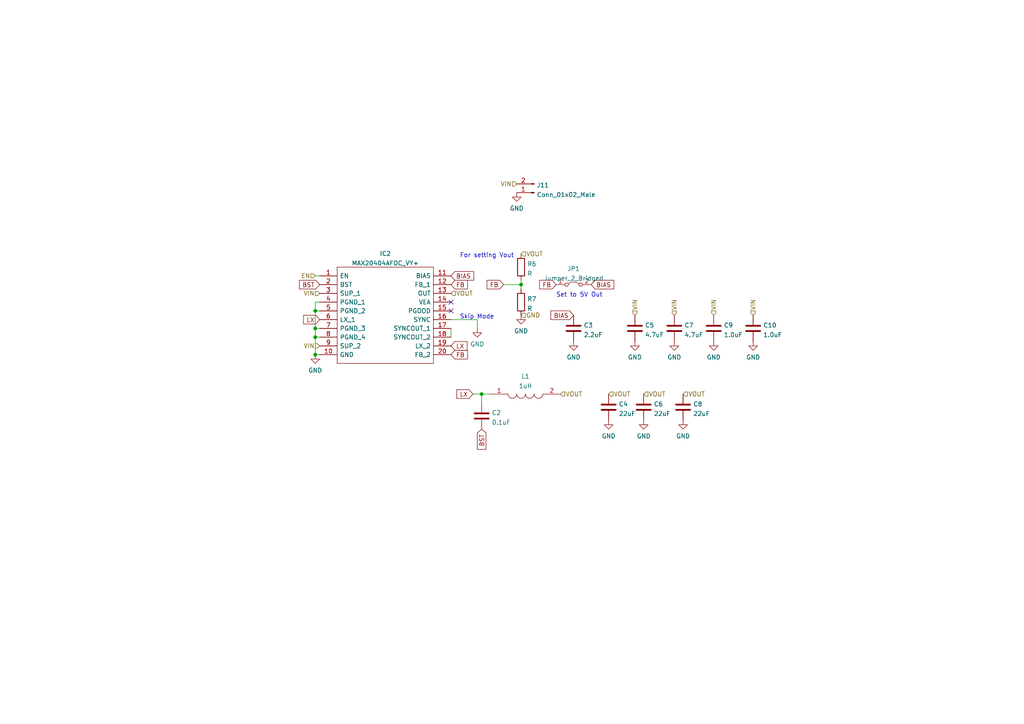
<source format=kicad_sch>
(kicad_sch (version 20211123) (generator eeschema)

  (uuid 4d3a1f72-d521-46ae-8fe1-3f8221038335)

  (paper "A4")

  (lib_symbols
    (symbol "Connector:Conn_01x02_Male" (pin_names (offset 1.016) hide) (in_bom yes) (on_board yes)
      (property "Reference" "J" (id 0) (at 0 2.54 0)
        (effects (font (size 1.27 1.27)))
      )
      (property "Value" "Conn_01x02_Male" (id 1) (at 0 -5.08 0)
        (effects (font (size 1.27 1.27)))
      )
      (property "Footprint" "" (id 2) (at 0 0 0)
        (effects (font (size 1.27 1.27)) hide)
      )
      (property "Datasheet" "~" (id 3) (at 0 0 0)
        (effects (font (size 1.27 1.27)) hide)
      )
      (property "ki_keywords" "connector" (id 4) (at 0 0 0)
        (effects (font (size 1.27 1.27)) hide)
      )
      (property "ki_description" "Generic connector, single row, 01x02, script generated (kicad-library-utils/schlib/autogen/connector/)" (id 5) (at 0 0 0)
        (effects (font (size 1.27 1.27)) hide)
      )
      (property "ki_fp_filters" "Connector*:*_1x??_*" (id 6) (at 0 0 0)
        (effects (font (size 1.27 1.27)) hide)
      )
      (symbol "Conn_01x02_Male_1_1"
        (polyline
          (pts
            (xy 1.27 -2.54)
            (xy 0.8636 -2.54)
          )
          (stroke (width 0.1524) (type default) (color 0 0 0 0))
          (fill (type none))
        )
        (polyline
          (pts
            (xy 1.27 0)
            (xy 0.8636 0)
          )
          (stroke (width 0.1524) (type default) (color 0 0 0 0))
          (fill (type none))
        )
        (rectangle (start 0.8636 -2.413) (end 0 -2.667)
          (stroke (width 0.1524) (type default) (color 0 0 0 0))
          (fill (type outline))
        )
        (rectangle (start 0.8636 0.127) (end 0 -0.127)
          (stroke (width 0.1524) (type default) (color 0 0 0 0))
          (fill (type outline))
        )
        (pin passive line (at 5.08 0 180) (length 3.81)
          (name "Pin_1" (effects (font (size 1.27 1.27))))
          (number "1" (effects (font (size 1.27 1.27))))
        )
        (pin passive line (at 5.08 -2.54 180) (length 3.81)
          (name "Pin_2" (effects (font (size 1.27 1.27))))
          (number "2" (effects (font (size 1.27 1.27))))
        )
      )
    )
    (symbol "Device:C" (pin_numbers hide) (pin_names (offset 0.254)) (in_bom yes) (on_board yes)
      (property "Reference" "C" (id 0) (at 0.635 2.54 0)
        (effects (font (size 1.27 1.27)) (justify left))
      )
      (property "Value" "C" (id 1) (at 0.635 -2.54 0)
        (effects (font (size 1.27 1.27)) (justify left))
      )
      (property "Footprint" "" (id 2) (at 0.9652 -3.81 0)
        (effects (font (size 1.27 1.27)) hide)
      )
      (property "Datasheet" "~" (id 3) (at 0 0 0)
        (effects (font (size 1.27 1.27)) hide)
      )
      (property "ki_keywords" "cap capacitor" (id 4) (at 0 0 0)
        (effects (font (size 1.27 1.27)) hide)
      )
      (property "ki_description" "Unpolarized capacitor" (id 5) (at 0 0 0)
        (effects (font (size 1.27 1.27)) hide)
      )
      (property "ki_fp_filters" "C_*" (id 6) (at 0 0 0)
        (effects (font (size 1.27 1.27)) hide)
      )
      (symbol "C_0_1"
        (polyline
          (pts
            (xy -2.032 -0.762)
            (xy 2.032 -0.762)
          )
          (stroke (width 0.508) (type default) (color 0 0 0 0))
          (fill (type none))
        )
        (polyline
          (pts
            (xy -2.032 0.762)
            (xy 2.032 0.762)
          )
          (stroke (width 0.508) (type default) (color 0 0 0 0))
          (fill (type none))
        )
      )
      (symbol "C_1_1"
        (pin passive line (at 0 3.81 270) (length 2.794)
          (name "~" (effects (font (size 1.27 1.27))))
          (number "1" (effects (font (size 1.27 1.27))))
        )
        (pin passive line (at 0 -3.81 90) (length 2.794)
          (name "~" (effects (font (size 1.27 1.27))))
          (number "2" (effects (font (size 1.27 1.27))))
        )
      )
    )
    (symbol "Device:R" (pin_numbers hide) (pin_names (offset 0)) (in_bom yes) (on_board yes)
      (property "Reference" "R" (id 0) (at 2.032 0 90)
        (effects (font (size 1.27 1.27)))
      )
      (property "Value" "R" (id 1) (at 0 0 90)
        (effects (font (size 1.27 1.27)))
      )
      (property "Footprint" "" (id 2) (at -1.778 0 90)
        (effects (font (size 1.27 1.27)) hide)
      )
      (property "Datasheet" "~" (id 3) (at 0 0 0)
        (effects (font (size 1.27 1.27)) hide)
      )
      (property "ki_keywords" "R res resistor" (id 4) (at 0 0 0)
        (effects (font (size 1.27 1.27)) hide)
      )
      (property "ki_description" "Resistor" (id 5) (at 0 0 0)
        (effects (font (size 1.27 1.27)) hide)
      )
      (property "ki_fp_filters" "R_*" (id 6) (at 0 0 0)
        (effects (font (size 1.27 1.27)) hide)
      )
      (symbol "R_0_1"
        (rectangle (start -1.016 -2.54) (end 1.016 2.54)
          (stroke (width 0.254) (type default) (color 0 0 0 0))
          (fill (type none))
        )
      )
      (symbol "R_1_1"
        (pin passive line (at 0 3.81 270) (length 1.27)
          (name "~" (effects (font (size 1.27 1.27))))
          (number "1" (effects (font (size 1.27 1.27))))
        )
        (pin passive line (at 0 -3.81 90) (length 1.27)
          (name "~" (effects (font (size 1.27 1.27))))
          (number "2" (effects (font (size 1.27 1.27))))
        )
      )
    )
    (symbol "Jumper:Jumper_2_Bridged" (pin_names (offset 0) hide) (in_bom yes) (on_board yes)
      (property "Reference" "JP" (id 0) (at 0 1.905 0)
        (effects (font (size 1.27 1.27)))
      )
      (property "Value" "Jumper_2_Bridged" (id 1) (at 0 -2.54 0)
        (effects (font (size 1.27 1.27)))
      )
      (property "Footprint" "" (id 2) (at 0 0 0)
        (effects (font (size 1.27 1.27)) hide)
      )
      (property "Datasheet" "~" (id 3) (at 0 0 0)
        (effects (font (size 1.27 1.27)) hide)
      )
      (property "ki_keywords" "Jumper SPST" (id 4) (at 0 0 0)
        (effects (font (size 1.27 1.27)) hide)
      )
      (property "ki_description" "Jumper, 2-pole, closed/bridged" (id 5) (at 0 0 0)
        (effects (font (size 1.27 1.27)) hide)
      )
      (property "ki_fp_filters" "Jumper* TestPoint*2Pads* TestPoint*Bridge*" (id 6) (at 0 0 0)
        (effects (font (size 1.27 1.27)) hide)
      )
      (symbol "Jumper_2_Bridged_0_0"
        (circle (center -2.032 0) (radius 0.508)
          (stroke (width 0) (type default) (color 0 0 0 0))
          (fill (type none))
        )
        (circle (center 2.032 0) (radius 0.508)
          (stroke (width 0) (type default) (color 0 0 0 0))
          (fill (type none))
        )
      )
      (symbol "Jumper_2_Bridged_0_1"
        (arc (start 1.524 0.254) (mid 0 0.762) (end -1.524 0.254)
          (stroke (width 0) (type default) (color 0 0 0 0))
          (fill (type none))
        )
      )
      (symbol "Jumper_2_Bridged_1_1"
        (pin passive line (at -5.08 0 0) (length 2.54)
          (name "A" (effects (font (size 1.27 1.27))))
          (number "1" (effects (font (size 1.27 1.27))))
        )
        (pin passive line (at 5.08 0 180) (length 2.54)
          (name "B" (effects (font (size 1.27 1.27))))
          (number "2" (effects (font (size 1.27 1.27))))
        )
      )
    )
    (symbol "MAX20404AFOC_VY+:MAX20404AFOC_VY+" (pin_names (offset 0.762)) (in_bom yes) (on_board yes)
      (property "Reference" "IC" (id 0) (at 34.29 7.62 0)
        (effects (font (size 1.27 1.27)) (justify left))
      )
      (property "Value" "MAX20404AFOC_VY+" (id 1) (at 34.29 5.08 0)
        (effects (font (size 1.27 1.27)) (justify left))
      )
      (property "Footprint" "MAX20404AFOCVY" (id 2) (at 34.29 2.54 0)
        (effects (font (size 1.27 1.27)) (justify left) hide)
      )
      (property "Datasheet" "https://datasheets.maximintegrated.com/en/ds/MAX20404-MAX20406.pdf" (id 3) (at 34.29 0 0)
        (effects (font (size 1.27 1.27)) (justify left) hide)
      )
      (property "Description" "36V 4A/5A/6A Sync Low Iq Buck Converter in P90D" (id 4) (at 34.29 -2.54 0)
        (effects (font (size 1.27 1.27)) (justify left) hide)
      )
      (property "Height" "0.8" (id 5) (at 34.29 -5.08 0)
        (effects (font (size 1.27 1.27)) (justify left) hide)
      )
      (property "Manufacturer_Name" "Maxim Integrated" (id 6) (at 34.29 -7.62 0)
        (effects (font (size 1.27 1.27)) (justify left) hide)
      )
      (property "Manufacturer_Part_Number" "MAX20404AFOC/VY+" (id 7) (at 34.29 -10.16 0)
        (effects (font (size 1.27 1.27)) (justify left) hide)
      )
      (property "Mouser Part Number" "" (id 8) (at 34.29 -12.7 0)
        (effects (font (size 1.27 1.27)) (justify left) hide)
      )
      (property "Mouser Price/Stock" "" (id 9) (at 34.29 -15.24 0)
        (effects (font (size 1.27 1.27)) (justify left) hide)
      )
      (property "Arrow Part Number" "" (id 10) (at 34.29 -17.78 0)
        (effects (font (size 1.27 1.27)) (justify left) hide)
      )
      (property "Arrow Price/Stock" "" (id 11) (at 34.29 -20.32 0)
        (effects (font (size 1.27 1.27)) (justify left) hide)
      )
      (property "ki_description" "36V 4A/5A/6A Sync Low Iq Buck Converter in P90D" (id 12) (at 0 0 0)
        (effects (font (size 1.27 1.27)) hide)
      )
      (symbol "MAX20404AFOC_VY+_0_0"
        (pin passive line (at 0 0 0) (length 5.08)
          (name "EN" (effects (font (size 1.27 1.27))))
          (number "1" (effects (font (size 1.27 1.27))))
        )
        (pin passive line (at 0 -22.86 0) (length 5.08)
          (name "GND" (effects (font (size 1.27 1.27))))
          (number "10" (effects (font (size 1.27 1.27))))
        )
        (pin passive line (at 38.1 0 180) (length 5.08)
          (name "BIAS" (effects (font (size 1.27 1.27))))
          (number "11" (effects (font (size 1.27 1.27))))
        )
        (pin passive line (at 38.1 -2.54 180) (length 5.08)
          (name "FB_1" (effects (font (size 1.27 1.27))))
          (number "12" (effects (font (size 1.27 1.27))))
        )
        (pin passive line (at 38.1 -5.08 180) (length 5.08)
          (name "OUT" (effects (font (size 1.27 1.27))))
          (number "13" (effects (font (size 1.27 1.27))))
        )
        (pin passive line (at 38.1 -7.62 180) (length 5.08)
          (name "VEA" (effects (font (size 1.27 1.27))))
          (number "14" (effects (font (size 1.27 1.27))))
        )
        (pin passive line (at 38.1 -10.16 180) (length 5.08)
          (name "PGOOD" (effects (font (size 1.27 1.27))))
          (number "15" (effects (font (size 1.27 1.27))))
        )
        (pin passive line (at 38.1 -12.7 180) (length 5.08)
          (name "SYNC" (effects (font (size 1.27 1.27))))
          (number "16" (effects (font (size 1.27 1.27))))
        )
        (pin passive line (at 38.1 -15.24 180) (length 5.08)
          (name "SYNCOUT_1" (effects (font (size 1.27 1.27))))
          (number "17" (effects (font (size 1.27 1.27))))
        )
        (pin passive line (at 38.1 -17.78 180) (length 5.08)
          (name "SYNCOUT_2" (effects (font (size 1.27 1.27))))
          (number "18" (effects (font (size 1.27 1.27))))
        )
        (pin passive line (at 38.1 -20.32 180) (length 5.08)
          (name "LX_2" (effects (font (size 1.27 1.27))))
          (number "19" (effects (font (size 1.27 1.27))))
        )
        (pin passive line (at 0 -2.54 0) (length 5.08)
          (name "BST" (effects (font (size 1.27 1.27))))
          (number "2" (effects (font (size 1.27 1.27))))
        )
        (pin passive line (at 38.1 -22.86 180) (length 5.08)
          (name "FB_2" (effects (font (size 1.27 1.27))))
          (number "20" (effects (font (size 1.27 1.27))))
        )
        (pin passive line (at 0 -5.08 0) (length 5.08)
          (name "SUP_1" (effects (font (size 1.27 1.27))))
          (number "3" (effects (font (size 1.27 1.27))))
        )
        (pin passive line (at 0 -7.62 0) (length 5.08)
          (name "PGND_1" (effects (font (size 1.27 1.27))))
          (number "4" (effects (font (size 1.27 1.27))))
        )
        (pin passive line (at 0 -10.16 0) (length 5.08)
          (name "PGND_2" (effects (font (size 1.27 1.27))))
          (number "5" (effects (font (size 1.27 1.27))))
        )
        (pin passive line (at 0 -12.7 0) (length 5.08)
          (name "LX_1" (effects (font (size 1.27 1.27))))
          (number "6" (effects (font (size 1.27 1.27))))
        )
        (pin passive line (at 0 -15.24 0) (length 5.08)
          (name "PGND_3" (effects (font (size 1.27 1.27))))
          (number "7" (effects (font (size 1.27 1.27))))
        )
        (pin passive line (at 0 -17.78 0) (length 5.08)
          (name "PGND_4" (effects (font (size 1.27 1.27))))
          (number "8" (effects (font (size 1.27 1.27))))
        )
        (pin passive line (at 0 -20.32 0) (length 5.08)
          (name "SUP_2" (effects (font (size 1.27 1.27))))
          (number "9" (effects (font (size 1.27 1.27))))
        )
      )
      (symbol "MAX20404AFOC_VY+_0_1"
        (polyline
          (pts
            (xy 5.08 2.54)
            (xy 33.02 2.54)
            (xy 33.02 -25.4)
            (xy 5.08 -25.4)
            (xy 5.08 2.54)
          )
          (stroke (width 0.1524) (type default) (color 0 0 0 0))
          (fill (type none))
        )
      )
    )
    (symbol "MWSA0605S-150MT:MWSA0605S-150MT" (pin_names (offset 0.762)) (in_bom yes) (on_board yes)
      (property "Reference" "L" (id 0) (at 16.51 6.35 0)
        (effects (font (size 1.27 1.27)) (justify left))
      )
      (property "Value" "MWSA0605S-150MT" (id 1) (at 16.51 3.81 0)
        (effects (font (size 1.27 1.27)) (justify left))
      )
      (property "Footprint" "INDPM7066X500N" (id 2) (at 16.51 1.27 0)
        (effects (font (size 1.27 1.27)) (justify left) hide)
      )
      (property "Datasheet" "https://datasheet.lcsc.com/szlcsc/1909231506_Sunlord-MWSA0605S-150MT_C408468.pdf" (id 3) (at 16.51 -1.27 0)
        (effects (font (size 1.27 1.27)) (justify left) hide)
      )
      (property "Description" "15uH +/-20% 3.1A 90m SMD,6.6x7.0x5.0mm Power Inductors RoHS" (id 4) (at 16.51 -3.81 0)
        (effects (font (size 1.27 1.27)) (justify left) hide)
      )
      (property "Height" "5" (id 5) (at 16.51 -6.35 0)
        (effects (font (size 1.27 1.27)) (justify left) hide)
      )
      (property "Manufacturer_Name" "SUNLORD" (id 6) (at 16.51 -8.89 0)
        (effects (font (size 1.27 1.27)) (justify left) hide)
      )
      (property "Manufacturer_Part_Number" "MWSA0605S-150MT" (id 7) (at 16.51 -11.43 0)
        (effects (font (size 1.27 1.27)) (justify left) hide)
      )
      (property "Mouser Part Number" "" (id 8) (at 16.51 -13.97 0)
        (effects (font (size 1.27 1.27)) (justify left) hide)
      )
      (property "Mouser Price/Stock" "" (id 9) (at 16.51 -16.51 0)
        (effects (font (size 1.27 1.27)) (justify left) hide)
      )
      (property "Arrow Part Number" "" (id 10) (at 16.51 -19.05 0)
        (effects (font (size 1.27 1.27)) (justify left) hide)
      )
      (property "Arrow Price/Stock" "" (id 11) (at 16.51 -21.59 0)
        (effects (font (size 1.27 1.27)) (justify left) hide)
      )
      (property "ki_description" "15uH +/-20% 3.1A 90m SMD,6.6x7.0x5.0mm Power Inductors RoHS" (id 12) (at 0 0 0)
        (effects (font (size 1.27 1.27)) hide)
      )
      (symbol "MWSA0605S-150MT_0_0"
        (pin passive line (at 0 0 0) (length 5.08)
          (name "~" (effects (font (size 1.27 1.27))))
          (number "1" (effects (font (size 1.27 1.27))))
        )
        (pin passive line (at 20.32 0 180) (length 5.08)
          (name "~" (effects (font (size 1.27 1.27))))
          (number "2" (effects (font (size 1.27 1.27))))
        )
      )
      (symbol "MWSA0605S-150MT_0_1"
        (arc (start 5.08 0) (mid 6.35 -1.3218) (end 7.62 0)
          (stroke (width 0.1524) (type default) (color 0 0 0 0))
          (fill (type none))
        )
        (arc (start 7.62 0) (mid 8.89 -1.3218) (end 10.16 0)
          (stroke (width 0.1524) (type default) (color 0 0 0 0))
          (fill (type none))
        )
        (arc (start 10.16 0) (mid 11.43 -1.3218) (end 12.7 0)
          (stroke (width 0.1524) (type default) (color 0 0 0 0))
          (fill (type none))
        )
        (arc (start 12.7 0) (mid 13.97 -1.3218) (end 15.24 0)
          (stroke (width 0.1524) (type default) (color 0 0 0 0))
          (fill (type none))
        )
      )
    )
    (symbol "power:GND" (power) (pin_names (offset 0)) (in_bom yes) (on_board yes)
      (property "Reference" "#PWR" (id 0) (at 0 -6.35 0)
        (effects (font (size 1.27 1.27)) hide)
      )
      (property "Value" "GND" (id 1) (at 0 -3.81 0)
        (effects (font (size 1.27 1.27)))
      )
      (property "Footprint" "" (id 2) (at 0 0 0)
        (effects (font (size 1.27 1.27)) hide)
      )
      (property "Datasheet" "" (id 3) (at 0 0 0)
        (effects (font (size 1.27 1.27)) hide)
      )
      (property "ki_keywords" "power-flag" (id 4) (at 0 0 0)
        (effects (font (size 1.27 1.27)) hide)
      )
      (property "ki_description" "Power symbol creates a global label with name \"GND\" , ground" (id 5) (at 0 0 0)
        (effects (font (size 1.27 1.27)) hide)
      )
      (symbol "GND_0_1"
        (polyline
          (pts
            (xy 0 0)
            (xy 0 -1.27)
            (xy 1.27 -1.27)
            (xy 0 -2.54)
            (xy -1.27 -1.27)
            (xy 0 -1.27)
          )
          (stroke (width 0) (type default) (color 0 0 0 0))
          (fill (type none))
        )
      )
      (symbol "GND_1_1"
        (pin power_in line (at 0 0 270) (length 0) hide
          (name "GND" (effects (font (size 1.27 1.27))))
          (number "1" (effects (font (size 1.27 1.27))))
        )
      )
    )
  )


  (junction (at 91.44 102.87) (diameter 0) (color 0 0 0 0)
    (uuid 262e1319-ecfe-4239-9c4c-02d8237718ae)
  )
  (junction (at 139.7 114.3) (diameter 0) (color 0 0 0 0)
    (uuid 85a2223e-7be8-40fb-8d44-4a6d8bf4443c)
  )
  (junction (at 151.13 82.55) (diameter 0) (color 0 0 0 0)
    (uuid b47e393a-f28a-4e7e-b034-5ec9df85b12f)
  )
  (junction (at 91.44 90.17) (diameter 0) (color 0 0 0 0)
    (uuid e2e4de0c-4fb7-4035-b014-b2a2bf7e262d)
  )
  (junction (at 91.44 97.79) (diameter 0) (color 0 0 0 0)
    (uuid f4b41b54-1268-4992-a5b6-226306ea8387)
  )
  (junction (at 91.44 95.25) (diameter 0) (color 0 0 0 0)
    (uuid f8b2e90d-02f5-4127-8938-e4fe3895e61e)
  )

  (no_connect (at 130.81 87.63) (uuid f9107412-e7f1-413d-818a-2380ad6fc0e9))
  (no_connect (at 130.81 90.17) (uuid f9107412-e7f1-413d-818a-2380ad6fc0ea))

  (wire (pts (xy 139.7 116.84) (xy 139.7 114.3))
    (stroke (width 0) (type default) (color 0 0 0 0))
    (uuid 2370b23f-e213-4f7b-b1e6-269b374875a5)
  )
  (wire (pts (xy 91.44 95.25) (xy 91.44 97.79))
    (stroke (width 0) (type default) (color 0 0 0 0))
    (uuid 36232c40-4795-42d8-8dc9-8280c49d2090)
  )
  (wire (pts (xy 91.44 102.87) (xy 92.71 102.87))
    (stroke (width 0) (type default) (color 0 0 0 0))
    (uuid 4582201b-5622-4272-88fc-bd8fde785704)
  )
  (wire (pts (xy 139.7 114.3) (xy 142.24 114.3))
    (stroke (width 0) (type default) (color 0 0 0 0))
    (uuid 5e5ea9d5-9f34-40d0-ac9d-f9d078ddcf9d)
  )
  (wire (pts (xy 138.43 92.71) (xy 138.43 95.25))
    (stroke (width 0) (type default) (color 0 0 0 0))
    (uuid 5f8e9361-3725-4970-a19b-01e143196d52)
  )
  (wire (pts (xy 91.44 87.63) (xy 91.44 90.17))
    (stroke (width 0) (type default) (color 0 0 0 0))
    (uuid 7d1c6c1e-f653-4ed9-bfa1-97c364f8d1e0)
  )
  (wire (pts (xy 151.13 82.55) (xy 151.13 83.82))
    (stroke (width 0) (type default) (color 0 0 0 0))
    (uuid 897fcd7a-7053-41b6-96c4-8115e1d62650)
  )
  (wire (pts (xy 151.13 81.28) (xy 151.13 82.55))
    (stroke (width 0) (type default) (color 0 0 0 0))
    (uuid 8c69ba33-4283-4197-b900-e5e14359e7ac)
  )
  (wire (pts (xy 91.44 80.01) (xy 92.71 80.01))
    (stroke (width 0) (type default) (color 0 0 0 0))
    (uuid 9c263990-4b53-4238-9167-f40f18ba361d)
  )
  (wire (pts (xy 130.81 95.25) (xy 130.81 97.79))
    (stroke (width 0) (type default) (color 0 0 0 0))
    (uuid 9f9dfac6-0c0d-4ee0-924b-e95250d2b98f)
  )
  (wire (pts (xy 91.44 90.17) (xy 91.44 95.25))
    (stroke (width 0) (type default) (color 0 0 0 0))
    (uuid a50905d6-49e2-4281-ab05-fe5e486ca579)
  )
  (wire (pts (xy 91.44 90.17) (xy 92.71 90.17))
    (stroke (width 0) (type default) (color 0 0 0 0))
    (uuid a66280d7-d9be-4eca-958a-3588513430b8)
  )
  (wire (pts (xy 146.05 82.55) (xy 151.13 82.55))
    (stroke (width 0) (type default) (color 0 0 0 0))
    (uuid b4a25dad-3903-4b75-a5b1-55923c2c8e1c)
  )
  (wire (pts (xy 91.44 97.79) (xy 92.71 97.79))
    (stroke (width 0) (type default) (color 0 0 0 0))
    (uuid c4e34bbd-8f80-4f41-8d62-d0c1e0373669)
  )
  (wire (pts (xy 91.44 97.79) (xy 91.44 102.87))
    (stroke (width 0) (type default) (color 0 0 0 0))
    (uuid d89ecf68-ff71-493d-82d4-e228a61644bd)
  )
  (wire (pts (xy 91.44 95.25) (xy 92.71 95.25))
    (stroke (width 0) (type default) (color 0 0 0 0))
    (uuid db425ebd-f1d9-4a38-b9c5-4880046275ec)
  )
  (wire (pts (xy 92.71 87.63) (xy 91.44 87.63))
    (stroke (width 0) (type default) (color 0 0 0 0))
    (uuid dfc68da7-b587-47b1-ab9e-b5e71763fd62)
  )
  (wire (pts (xy 139.7 114.3) (xy 137.16 114.3))
    (stroke (width 0) (type default) (color 0 0 0 0))
    (uuid e2857b10-8982-47cb-b1d9-f06c04e72c0a)
  )
  (wire (pts (xy 130.81 92.71) (xy 138.43 92.71))
    (stroke (width 0) (type default) (color 0 0 0 0))
    (uuid ec2e8bea-c9ec-4589-922a-3e82f6b261e4)
  )

  (text "For setting Vout" (at 133.35 74.93 0)
    (effects (font (size 1.27 1.27)) (justify left bottom))
    (uuid 33fb50ca-de49-4f87-809c-2ca5d7e2e9b1)
  )
  (text "Skip Mode" (at 133.35 92.71 0)
    (effects (font (size 1.27 1.27)) (justify left bottom))
    (uuid 3a8eae2f-c8a5-4b93-8ab4-5c350e63f024)
  )
  (text "Set to 5V Out" (at 161.29 86.36 0)
    (effects (font (size 1.27 1.27)) (justify left bottom))
    (uuid a43e93be-05c7-4a7e-91f2-9ddb1c516c38)
  )

  (global_label "LX" (shape input) (at 92.71 92.71 180) (fields_autoplaced)
    (effects (font (size 1.27 1.27)) (justify right))
    (uuid 275d74f5-0483-486d-bc2a-2769a883d9d2)
    (property "Intersheet References" "${INTERSHEET_REFS}" (id 0) (at 88.1482 92.6306 0)
      (effects (font (size 1.27 1.27)) (justify right) hide)
    )
  )
  (global_label "LX" (shape input) (at 130.81 100.33 0) (fields_autoplaced)
    (effects (font (size 1.27 1.27)) (justify left))
    (uuid 42465d27-3d32-4953-a7fe-5de6d1f32572)
    (property "Intersheet References" "${INTERSHEET_REFS}" (id 0) (at 135.3718 100.4094 0)
      (effects (font (size 1.27 1.27)) (justify left) hide)
    )
  )
  (global_label "LX" (shape input) (at 137.16 114.3 180) (fields_autoplaced)
    (effects (font (size 1.27 1.27)) (justify right))
    (uuid 4f82e30e-5d20-45c7-8de2-1a2a28b3f780)
    (property "Intersheet References" "${INTERSHEET_REFS}" (id 0) (at 132.5982 114.2206 0)
      (effects (font (size 1.27 1.27)) (justify right) hide)
    )
  )
  (global_label "BIAS" (shape input) (at 166.37 91.44 180) (fields_autoplaced)
    (effects (font (size 1.27 1.27)) (justify right))
    (uuid 5d83c37e-eede-4aa3-9627-29ef1efcf71a)
    (property "Intersheet References" "${INTERSHEET_REFS}" (id 0) (at 159.8729 91.5194 0)
      (effects (font (size 1.27 1.27)) (justify right) hide)
    )
  )
  (global_label "BST" (shape input) (at 92.71 82.55 180) (fields_autoplaced)
    (effects (font (size 1.27 1.27)) (justify right))
    (uuid 6965e5f3-0df5-43b4-83f8-2e4f9f63763e)
    (property "Intersheet References" "${INTERSHEET_REFS}" (id 0) (at 86.9387 82.4706 0)
      (effects (font (size 1.27 1.27)) (justify right) hide)
    )
  )
  (global_label "FB" (shape input) (at 161.29 82.55 180) (fields_autoplaced)
    (effects (font (size 1.27 1.27)) (justify right))
    (uuid 6a2ab5f4-948f-4288-a67f-ff545e8e7828)
    (property "Intersheet References" "${INTERSHEET_REFS}" (id 0) (at 156.6072 82.6294 0)
      (effects (font (size 1.27 1.27)) (justify right) hide)
    )
  )
  (global_label "BIAS" (shape input) (at 171.45 82.55 0) (fields_autoplaced)
    (effects (font (size 1.27 1.27)) (justify left))
    (uuid 949efd1a-67df-453f-8398-bc051f5acb27)
    (property "Intersheet References" "${INTERSHEET_REFS}" (id 0) (at 177.9471 82.4706 0)
      (effects (font (size 1.27 1.27)) (justify left) hide)
    )
  )
  (global_label "FB" (shape input) (at 130.81 82.55 0) (fields_autoplaced)
    (effects (font (size 1.27 1.27)) (justify left))
    (uuid 97e583bf-0f13-40e9-a255-a878225d1c00)
    (property "Intersheet References" "${INTERSHEET_REFS}" (id 0) (at 135.4928 82.4706 0)
      (effects (font (size 1.27 1.27)) (justify left) hide)
    )
  )
  (global_label "BST" (shape input) (at 139.7 124.46 270) (fields_autoplaced)
    (effects (font (size 1.27 1.27)) (justify right))
    (uuid 9cd1e88a-dc13-4a84-ab16-b0822d22b382)
    (property "Intersheet References" "${INTERSHEET_REFS}" (id 0) (at 139.6206 130.2313 90)
      (effects (font (size 1.27 1.27)) (justify right) hide)
    )
  )
  (global_label "FB" (shape input) (at 146.05 82.55 180) (fields_autoplaced)
    (effects (font (size 1.27 1.27)) (justify right))
    (uuid bc3587e0-754c-4408-8de9-41440bfc87fd)
    (property "Intersheet References" "${INTERSHEET_REFS}" (id 0) (at 141.3672 82.6294 0)
      (effects (font (size 1.27 1.27)) (justify right) hide)
    )
  )
  (global_label "BIAS" (shape input) (at 130.81 80.01 0) (fields_autoplaced)
    (effects (font (size 1.27 1.27)) (justify left))
    (uuid e6acab75-3f4d-4cab-ade9-a66473d5d2ac)
    (property "Intersheet References" "${INTERSHEET_REFS}" (id 0) (at 137.3071 79.9306 0)
      (effects (font (size 1.27 1.27)) (justify left) hide)
    )
  )
  (global_label "FB" (shape input) (at 130.81 102.87 0) (fields_autoplaced)
    (effects (font (size 1.27 1.27)) (justify left))
    (uuid f26e8c22-2f6e-4bdd-b805-391ce49589d7)
    (property "Intersheet References" "${INTERSHEET_REFS}" (id 0) (at 135.4928 102.7906 0)
      (effects (font (size 1.27 1.27)) (justify left) hide)
    )
  )

  (hierarchical_label "VIN" (shape input) (at 207.01 91.44 90)
    (effects (font (size 1.27 1.27)) (justify left))
    (uuid 11fab362-35c4-4ef5-b4a2-e313f6c7ea6a)
  )
  (hierarchical_label "EN" (shape input) (at 91.44 80.01 180)
    (effects (font (size 1.27 1.27)) (justify right))
    (uuid 18ce7b17-310d-4e95-9720-035656328d06)
  )
  (hierarchical_label "VOUT" (shape input) (at 151.13 73.66 0)
    (effects (font (size 1.27 1.27)) (justify left))
    (uuid 1aa3cabe-5932-4a95-8502-f22c43dd52b1)
  )
  (hierarchical_label "VIN" (shape input) (at 149.86 53.34 180)
    (effects (font (size 1.27 1.27)) (justify right))
    (uuid 1dc307ff-e28b-49cf-9077-c81d2d6abdde)
  )
  (hierarchical_label "VIN" (shape input) (at 184.15 91.44 90)
    (effects (font (size 1.27 1.27)) (justify left))
    (uuid 1e2deb22-9f52-4909-87c2-bc8c9b9bd631)
  )
  (hierarchical_label "VIN" (shape input) (at 92.71 100.33 180)
    (effects (font (size 1.27 1.27)) (justify right))
    (uuid 42c6d4d8-5ca1-4a76-9ca5-5874a8f05573)
  )
  (hierarchical_label "VOUT" (shape input) (at 176.53 114.3 0)
    (effects (font (size 1.27 1.27)) (justify left))
    (uuid 434d8b1d-4768-4145-b65e-4803d093b942)
  )
  (hierarchical_label "VIN" (shape input) (at 195.58 91.44 90)
    (effects (font (size 1.27 1.27)) (justify left))
    (uuid 46877880-cded-4a38-985f-4c10b17ffd01)
  )
  (hierarchical_label "VOUT" (shape input) (at 186.69 114.3 0)
    (effects (font (size 1.27 1.27)) (justify left))
    (uuid 6c5ee141-b1bf-4470-91dd-a81d58c0ead9)
  )
  (hierarchical_label "GND" (shape input) (at 151.13 91.44 0)
    (effects (font (size 1.27 1.27)) (justify left))
    (uuid 8cf6fbe9-21ff-41f7-a9e5-5dba8ee4fe6b)
  )
  (hierarchical_label "VOUT" (shape input) (at 162.56 114.3 0)
    (effects (font (size 1.27 1.27)) (justify left))
    (uuid 983e6ff6-f075-48ae-94ed-1039a4f780b6)
  )
  (hierarchical_label "VIN" (shape input) (at 92.71 85.09 180)
    (effects (font (size 1.27 1.27)) (justify right))
    (uuid bd85ceb2-833b-4da5-aced-2e6102e01b11)
  )
  (hierarchical_label "VIN" (shape input) (at 218.44 91.44 90)
    (effects (font (size 1.27 1.27)) (justify left))
    (uuid cd031632-5abb-449f-8a69-108145407087)
  )
  (hierarchical_label "VOUT" (shape input) (at 198.12 114.3 0)
    (effects (font (size 1.27 1.27)) (justify left))
    (uuid e1b1ba48-f244-42ac-be07-65ba1b6c20f4)
  )
  (hierarchical_label "VOUT" (shape input) (at 130.81 85.09 0)
    (effects (font (size 1.27 1.27)) (justify left))
    (uuid e75d501a-8e92-47b4-ad19-877d6a1dfabb)
  )

  (symbol (lib_id "Device:C") (at 176.53 118.11 0) (unit 1)
    (in_bom yes) (on_board yes) (fields_autoplaced)
    (uuid 078af5d8-9443-483e-b4f5-0dfd3ed396c8)
    (property "Reference" "C4" (id 0) (at 179.451 117.2015 0)
      (effects (font (size 1.27 1.27)) (justify left))
    )
    (property "Value" "22uF" (id 1) (at 179.451 119.9766 0)
      (effects (font (size 1.27 1.27)) (justify left))
    )
    (property "Footprint" "Capacitor_SMD:CP_Elec_5x5.3" (id 2) (at 177.4952 121.92 0)
      (effects (font (size 1.27 1.27)) hide)
    )
    (property "Datasheet" "~" (id 3) (at 176.53 118.11 0)
      (effects (font (size 1.27 1.27)) hide)
    )
    (pin "1" (uuid d2f3abc5-3942-46ac-8ee0-9ee5e1219bd6))
    (pin "2" (uuid 9668283b-0c17-4883-b25d-e312045041df))
  )

  (symbol (lib_id "power:GND") (at 207.01 99.06 0) (unit 1)
    (in_bom yes) (on_board yes) (fields_autoplaced)
    (uuid 0dd592dd-37f2-40ad-86a8-5fc8ddad92e4)
    (property "Reference" "#PWR064" (id 0) (at 207.01 105.41 0)
      (effects (font (size 1.27 1.27)) hide)
    )
    (property "Value" "GND" (id 1) (at 207.01 103.6225 0))
    (property "Footprint" "" (id 2) (at 207.01 99.06 0)
      (effects (font (size 1.27 1.27)) hide)
    )
    (property "Datasheet" "" (id 3) (at 207.01 99.06 0)
      (effects (font (size 1.27 1.27)) hide)
    )
    (pin "1" (uuid b8ed2e96-309f-4953-a5ee-85fbceb69779))
  )

  (symbol (lib_id "Device:C") (at 218.44 95.25 0) (unit 1)
    (in_bom yes) (on_board yes) (fields_autoplaced)
    (uuid 18c733dd-1a99-422e-ae8e-2dc0dd33b21b)
    (property "Reference" "C10" (id 0) (at 221.361 94.3415 0)
      (effects (font (size 1.27 1.27)) (justify left))
    )
    (property "Value" "1.0uF" (id 1) (at 221.361 97.1166 0)
      (effects (font (size 1.27 1.27)) (justify left))
    )
    (property "Footprint" "Capacitor_SMD:C_0805_2012Metric" (id 2) (at 219.4052 99.06 0)
      (effects (font (size 1.27 1.27)) hide)
    )
    (property "Datasheet" "~" (id 3) (at 218.44 95.25 0)
      (effects (font (size 1.27 1.27)) hide)
    )
    (pin "1" (uuid a379a55b-cf10-46ee-82c8-7573856f83f6))
    (pin "2" (uuid 24925964-492a-42ba-a9e5-f57af8b89496))
  )

  (symbol (lib_id "power:GND") (at 198.12 121.92 0) (unit 1)
    (in_bom yes) (on_board yes) (fields_autoplaced)
    (uuid 2b1dab65-0479-4eff-b7e6-66b9423859f4)
    (property "Reference" "#PWR063" (id 0) (at 198.12 128.27 0)
      (effects (font (size 1.27 1.27)) hide)
    )
    (property "Value" "GND" (id 1) (at 198.12 126.4825 0))
    (property "Footprint" "" (id 2) (at 198.12 121.92 0)
      (effects (font (size 1.27 1.27)) hide)
    )
    (property "Datasheet" "" (id 3) (at 198.12 121.92 0)
      (effects (font (size 1.27 1.27)) hide)
    )
    (pin "1" (uuid 4ec14cf9-df95-49e5-a22f-ed3ccac4e93d))
  )

  (symbol (lib_id "Device:C") (at 198.12 118.11 0) (unit 1)
    (in_bom yes) (on_board yes) (fields_autoplaced)
    (uuid 2e094249-00e9-4200-a898-cb756db9d087)
    (property "Reference" "C8" (id 0) (at 201.041 117.2015 0)
      (effects (font (size 1.27 1.27)) (justify left))
    )
    (property "Value" "22uF" (id 1) (at 201.041 119.9766 0)
      (effects (font (size 1.27 1.27)) (justify left))
    )
    (property "Footprint" "Capacitor_SMD:CP_Elec_5x5.3" (id 2) (at 199.0852 121.92 0)
      (effects (font (size 1.27 1.27)) hide)
    )
    (property "Datasheet" "~" (id 3) (at 198.12 118.11 0)
      (effects (font (size 1.27 1.27)) hide)
    )
    (pin "1" (uuid 2c62d3ec-3718-4b67-8509-eb766dffd363))
    (pin "2" (uuid 5fb18749-31e7-4104-85f5-b18cf4114c10))
  )

  (symbol (lib_id "Device:C") (at 139.7 120.65 0) (unit 1)
    (in_bom yes) (on_board yes) (fields_autoplaced)
    (uuid 393878ca-ed57-4a3f-837e-7218533f130a)
    (property "Reference" "C2" (id 0) (at 142.621 119.7415 0)
      (effects (font (size 1.27 1.27)) (justify left))
    )
    (property "Value" "0.1uF" (id 1) (at 142.621 122.5166 0)
      (effects (font (size 1.27 1.27)) (justify left))
    )
    (property "Footprint" "Capacitor_SMD:C_0805_2012Metric" (id 2) (at 140.6652 124.46 0)
      (effects (font (size 1.27 1.27)) hide)
    )
    (property "Datasheet" "~" (id 3) (at 139.7 120.65 0)
      (effects (font (size 1.27 1.27)) hide)
    )
    (pin "1" (uuid 9710d288-ae12-478f-8392-bf7851b46c36))
    (pin "2" (uuid 3d4f6df5-b7ff-423d-b208-63ecbb1bf2d3))
  )

  (symbol (lib_id "power:GND") (at 176.53 121.92 0) (unit 1)
    (in_bom yes) (on_board yes) (fields_autoplaced)
    (uuid 3e23a295-7e7e-4982-8ee6-3555da39ad80)
    (property "Reference" "#PWR059" (id 0) (at 176.53 128.27 0)
      (effects (font (size 1.27 1.27)) hide)
    )
    (property "Value" "GND" (id 1) (at 176.53 126.4825 0))
    (property "Footprint" "" (id 2) (at 176.53 121.92 0)
      (effects (font (size 1.27 1.27)) hide)
    )
    (property "Datasheet" "" (id 3) (at 176.53 121.92 0)
      (effects (font (size 1.27 1.27)) hide)
    )
    (pin "1" (uuid 724e16cc-550a-416b-841c-030d4b6e283c))
  )

  (symbol (lib_id "MAX20404AFOC_VY+:MAX20404AFOC_VY+") (at 92.71 80.01 0) (unit 1)
    (in_bom yes) (on_board yes) (fields_autoplaced)
    (uuid 57f94801-c10e-4acb-9bbc-ce8ac8244218)
    (property "Reference" "IC2" (id 0) (at 111.76 73.5543 0))
    (property "Value" "MAX20404AFOC_VY+" (id 1) (at 111.76 76.3294 0))
    (property "Footprint" "MAX20404AFOC_VY+:MAX20404AFOCVY" (id 2) (at 127 77.47 0)
      (effects (font (size 1.27 1.27)) (justify left) hide)
    )
    (property "Datasheet" "https://datasheets.maximintegrated.com/en/ds/MAX20404-MAX20406.pdf" (id 3) (at 127 80.01 0)
      (effects (font (size 1.27 1.27)) (justify left) hide)
    )
    (property "Description" "36V 4A/5A/6A Sync Low Iq Buck Converter in P90D" (id 4) (at 127 82.55 0)
      (effects (font (size 1.27 1.27)) (justify left) hide)
    )
    (property "Height" "0.8" (id 5) (at 127 85.09 0)
      (effects (font (size 1.27 1.27)) (justify left) hide)
    )
    (property "Manufacturer_Name" "Maxim Integrated" (id 6) (at 127 87.63 0)
      (effects (font (size 1.27 1.27)) (justify left) hide)
    )
    (property "Manufacturer_Part_Number" "MAX20404AFOC/VY+" (id 7) (at 127 90.17 0)
      (effects (font (size 1.27 1.27)) (justify left) hide)
    )
    (property "Mouser Part Number" "" (id 8) (at 127 92.71 0)
      (effects (font (size 1.27 1.27)) (justify left) hide)
    )
    (property "Mouser Price/Stock" "" (id 9) (at 127 95.25 0)
      (effects (font (size 1.27 1.27)) (justify left) hide)
    )
    (property "Arrow Part Number" "" (id 10) (at 127 97.79 0)
      (effects (font (size 1.27 1.27)) (justify left) hide)
    )
    (property "Arrow Price/Stock" "" (id 11) (at 127 100.33 0)
      (effects (font (size 1.27 1.27)) (justify left) hide)
    )
    (pin "1" (uuid d500751b-5044-4374-9be2-458049eddbea))
    (pin "10" (uuid ce7b2546-2c5a-4703-99cf-c8890f569ede))
    (pin "11" (uuid 4dcac72e-6cb6-4ff8-a587-c4faeb418f3d))
    (pin "12" (uuid 90a86b9b-dab3-4197-b3cf-ce8d62a752aa))
    (pin "13" (uuid 23ba97a7-e2f4-4bbc-a1c0-08b771520217))
    (pin "14" (uuid 26f74335-fcab-43a4-8b5f-c44f3425b4b6))
    (pin "15" (uuid b0e74982-8c63-4443-9070-90b8813fe264))
    (pin "16" (uuid 4de6d46a-6206-48f1-849c-88948bc601ae))
    (pin "17" (uuid 2b5d11b4-7cb5-41b1-99fe-43653a6eeaaf))
    (pin "18" (uuid 0556e873-c327-4f7f-b038-2f9f425f325e))
    (pin "19" (uuid 4d97f15c-26a8-45e7-99a0-af2b3fa4d314))
    (pin "2" (uuid 6da4abc9-b814-4adc-80e1-3abc7ad30b68))
    (pin "20" (uuid ccf08c43-c7b1-4b81-adea-f651895c3b5f))
    (pin "3" (uuid 0de18b8a-5330-448f-b32b-d7d197056ffa))
    (pin "4" (uuid f3ee16ee-b82c-4d88-9bde-fca5cd042242))
    (pin "5" (uuid 145e1bdb-e950-4db9-b8b9-c2d4ee3fa253))
    (pin "6" (uuid 3df476bb-0530-40f4-b1ef-f0c1001b744b))
    (pin "7" (uuid 733cb8a0-4851-4193-91f6-e762d5b77850))
    (pin "8" (uuid 160891fe-d737-4abe-ac27-5c38c305c5d3))
    (pin "9" (uuid a7be15ad-7ba5-4ff2-a838-57d10874bfe2))
  )

  (symbol (lib_id "Device:C") (at 186.69 118.11 0) (unit 1)
    (in_bom yes) (on_board yes) (fields_autoplaced)
    (uuid 5f948f68-f0fd-42e8-8bbe-0dbcbea70251)
    (property "Reference" "C6" (id 0) (at 189.611 117.2015 0)
      (effects (font (size 1.27 1.27)) (justify left))
    )
    (property "Value" "22uF" (id 1) (at 189.611 119.9766 0)
      (effects (font (size 1.27 1.27)) (justify left))
    )
    (property "Footprint" "Capacitor_SMD:CP_Elec_5x5.3" (id 2) (at 187.6552 121.92 0)
      (effects (font (size 1.27 1.27)) hide)
    )
    (property "Datasheet" "~" (id 3) (at 186.69 118.11 0)
      (effects (font (size 1.27 1.27)) hide)
    )
    (pin "1" (uuid a817a736-1ec3-407e-9770-e3c8890a971c))
    (pin "2" (uuid e37c36ed-c275-45cf-a6e0-93831ca13743))
  )

  (symbol (lib_id "MWSA0605S-150MT:MWSA0605S-150MT") (at 142.24 114.3 0) (unit 1)
    (in_bom yes) (on_board yes) (fields_autoplaced)
    (uuid 602e6b14-a6f2-4ec3-b579-25480b6ae04b)
    (property "Reference" "L1" (id 0) (at 152.4 109.1641 0))
    (property "Value" "1uH" (id 1) (at 152.4 111.9392 0))
    (property "Footprint" "MWSA0605S-150MT:INDPM7066X500N" (id 2) (at 158.75 113.03 0)
      (effects (font (size 1.27 1.27)) (justify left) hide)
    )
    (property "Datasheet" "https://datasheet.lcsc.com/szlcsc/1909231506_Sunlord-MWSA0605S-150MT_C408468.pdf" (id 3) (at 158.75 115.57 0)
      (effects (font (size 1.27 1.27)) (justify left) hide)
    )
    (property "Description" "15uH +/-20% 3.1A 90m SMD,6.6x7.0x5.0mm Power Inductors RoHS" (id 4) (at 158.75 118.11 0)
      (effects (font (size 1.27 1.27)) (justify left) hide)
    )
    (property "Height" "5" (id 5) (at 158.75 120.65 0)
      (effects (font (size 1.27 1.27)) (justify left) hide)
    )
    (property "Manufacturer_Name" "SUNLORD" (id 6) (at 158.75 123.19 0)
      (effects (font (size 1.27 1.27)) (justify left) hide)
    )
    (property "Manufacturer_Part_Number" "MWSA0605S-150MT" (id 7) (at 158.75 125.73 0)
      (effects (font (size 1.27 1.27)) (justify left) hide)
    )
    (property "Mouser Part Number" "" (id 8) (at 158.75 128.27 0)
      (effects (font (size 1.27 1.27)) (justify left) hide)
    )
    (property "Mouser Price/Stock" "" (id 9) (at 158.75 130.81 0)
      (effects (font (size 1.27 1.27)) (justify left) hide)
    )
    (property "Arrow Part Number" "" (id 10) (at 158.75 133.35 0)
      (effects (font (size 1.27 1.27)) (justify left) hide)
    )
    (property "Arrow Price/Stock" "" (id 11) (at 158.75 135.89 0)
      (effects (font (size 1.27 1.27)) (justify left) hide)
    )
    (pin "1" (uuid 55f42932-3670-44bc-863a-b8c112dc28f7))
    (pin "2" (uuid ffac3ac1-5aa0-4ccc-b62f-adbc1264d448))
  )

  (symbol (lib_id "power:GND") (at 218.44 99.06 0) (unit 1)
    (in_bom yes) (on_board yes) (fields_autoplaced)
    (uuid 6a5c2552-8b70-4c72-8d6a-61dc92af7090)
    (property "Reference" "#PWR065" (id 0) (at 218.44 105.41 0)
      (effects (font (size 1.27 1.27)) hide)
    )
    (property "Value" "GND" (id 1) (at 218.44 103.6225 0))
    (property "Footprint" "" (id 2) (at 218.44 99.06 0)
      (effects (font (size 1.27 1.27)) hide)
    )
    (property "Datasheet" "" (id 3) (at 218.44 99.06 0)
      (effects (font (size 1.27 1.27)) hide)
    )
    (pin "1" (uuid d8ecca0a-f18a-432e-b687-08aaf2191608))
  )

  (symbol (lib_id "power:GND") (at 186.69 121.92 0) (unit 1)
    (in_bom yes) (on_board yes) (fields_autoplaced)
    (uuid 6edf471a-1e2f-4d13-b4fd-9810b8206a46)
    (property "Reference" "#PWR061" (id 0) (at 186.69 128.27 0)
      (effects (font (size 1.27 1.27)) hide)
    )
    (property "Value" "GND" (id 1) (at 186.69 126.4825 0))
    (property "Footprint" "" (id 2) (at 186.69 121.92 0)
      (effects (font (size 1.27 1.27)) hide)
    )
    (property "Datasheet" "" (id 3) (at 186.69 121.92 0)
      (effects (font (size 1.27 1.27)) hide)
    )
    (pin "1" (uuid a0b7169a-a989-480e-b2d5-d08f71f84efb))
  )

  (symbol (lib_id "Device:R") (at 151.13 87.63 0) (unit 1)
    (in_bom yes) (on_board yes) (fields_autoplaced)
    (uuid 6efe86e3-e224-4d72-ac54-3c9f17310030)
    (property "Reference" "R7" (id 0) (at 152.908 86.7215 0)
      (effects (font (size 1.27 1.27)) (justify left))
    )
    (property "Value" "R" (id 1) (at 152.908 89.4966 0)
      (effects (font (size 1.27 1.27)) (justify left))
    )
    (property "Footprint" "Resistor_SMD:R_0805_2012Metric" (id 2) (at 149.352 87.63 90)
      (effects (font (size 1.27 1.27)) hide)
    )
    (property "Datasheet" "~" (id 3) (at 151.13 87.63 0)
      (effects (font (size 1.27 1.27)) hide)
    )
    (pin "1" (uuid 609b5be5-7b97-4841-b964-f9d700633568))
    (pin "2" (uuid 7e8a0141-05d0-4fb9-99eb-c757121ab761))
  )

  (symbol (lib_id "power:GND") (at 184.15 99.06 0) (unit 1)
    (in_bom yes) (on_board yes) (fields_autoplaced)
    (uuid 807b9b7a-f3c1-452f-982a-28575bf87685)
    (property "Reference" "#PWR060" (id 0) (at 184.15 105.41 0)
      (effects (font (size 1.27 1.27)) hide)
    )
    (property "Value" "GND" (id 1) (at 184.15 103.6225 0))
    (property "Footprint" "" (id 2) (at 184.15 99.06 0)
      (effects (font (size 1.27 1.27)) hide)
    )
    (property "Datasheet" "" (id 3) (at 184.15 99.06 0)
      (effects (font (size 1.27 1.27)) hide)
    )
    (pin "1" (uuid 82db9889-62bb-42ed-81cf-8e3bbf20b3d6))
  )

  (symbol (lib_id "Device:C") (at 195.58 95.25 0) (unit 1)
    (in_bom yes) (on_board yes) (fields_autoplaced)
    (uuid 930db881-a9c9-4c82-b5dc-baeb07d67cee)
    (property "Reference" "C7" (id 0) (at 198.501 94.3415 0)
      (effects (font (size 1.27 1.27)) (justify left))
    )
    (property "Value" "4.7uF" (id 1) (at 198.501 97.1166 0)
      (effects (font (size 1.27 1.27)) (justify left))
    )
    (property "Footprint" "Capacitor_SMD:C_0805_2012Metric" (id 2) (at 196.5452 99.06 0)
      (effects (font (size 1.27 1.27)) hide)
    )
    (property "Datasheet" "~" (id 3) (at 195.58 95.25 0)
      (effects (font (size 1.27 1.27)) hide)
    )
    (pin "1" (uuid 41e8dc0e-6b83-4d59-bd80-1e371d3ed66f))
    (pin "2" (uuid 79a708cc-d9a7-4fe8-93c0-15dc8e19aa70))
  )

  (symbol (lib_id "Jumper:Jumper_2_Bridged") (at 166.37 82.55 0) (unit 1)
    (in_bom yes) (on_board yes) (fields_autoplaced)
    (uuid 9547b8b0-b26f-4f54-808a-8771364f8d21)
    (property "Reference" "JP1" (id 0) (at 166.37 77.9485 0))
    (property "Value" "Jumper_2_Bridged" (id 1) (at 166.37 80.7236 0))
    (property "Footprint" "Jumper:SolderJumper-2_P1.3mm_Open_RoundedPad1.0x1.5mm" (id 2) (at 166.37 82.55 0)
      (effects (font (size 1.27 1.27)) hide)
    )
    (property "Datasheet" "~" (id 3) (at 166.37 82.55 0)
      (effects (font (size 1.27 1.27)) hide)
    )
    (pin "1" (uuid 28e79ae1-25d7-4f60-b278-94e638cb782f))
    (pin "2" (uuid ad1d539f-ff21-4620-bb0d-a75398f6bb4f))
  )

  (symbol (lib_id "Device:C") (at 207.01 95.25 0) (unit 1)
    (in_bom yes) (on_board yes) (fields_autoplaced)
    (uuid 98fec06b-eff6-4b40-aa7c-ec665820ff03)
    (property "Reference" "C9" (id 0) (at 209.931 94.3415 0)
      (effects (font (size 1.27 1.27)) (justify left))
    )
    (property "Value" "1.0uF" (id 1) (at 209.931 97.1166 0)
      (effects (font (size 1.27 1.27)) (justify left))
    )
    (property "Footprint" "Capacitor_SMD:C_0805_2012Metric" (id 2) (at 207.9752 99.06 0)
      (effects (font (size 1.27 1.27)) hide)
    )
    (property "Datasheet" "~" (id 3) (at 207.01 95.25 0)
      (effects (font (size 1.27 1.27)) hide)
    )
    (pin "1" (uuid a1d25cdb-aa2f-4493-bdb3-1f26389da17c))
    (pin "2" (uuid 3dbd8b17-cd4d-48e3-b676-8f6e1a4420dd))
  )

  (symbol (lib_id "power:GND") (at 151.13 91.44 0) (unit 1)
    (in_bom yes) (on_board yes) (fields_autoplaced)
    (uuid a1f7c8c5-bab5-4269-8ad1-ed9435484dca)
    (property "Reference" "#PWR057" (id 0) (at 151.13 97.79 0)
      (effects (font (size 1.27 1.27)) hide)
    )
    (property "Value" "GND" (id 1) (at 151.13 96.0025 0))
    (property "Footprint" "" (id 2) (at 151.13 91.44 0)
      (effects (font (size 1.27 1.27)) hide)
    )
    (property "Datasheet" "" (id 3) (at 151.13 91.44 0)
      (effects (font (size 1.27 1.27)) hide)
    )
    (pin "1" (uuid fcb5e246-7291-4f45-9746-3865975c3c19))
  )

  (symbol (lib_id "Device:C") (at 184.15 95.25 0) (unit 1)
    (in_bom yes) (on_board yes) (fields_autoplaced)
    (uuid ad4a0ba0-aae3-4530-a6f1-4b7c356f1df4)
    (property "Reference" "C5" (id 0) (at 187.071 94.3415 0)
      (effects (font (size 1.27 1.27)) (justify left))
    )
    (property "Value" "4.7uF" (id 1) (at 187.071 97.1166 0)
      (effects (font (size 1.27 1.27)) (justify left))
    )
    (property "Footprint" "Capacitor_SMD:C_0805_2012Metric" (id 2) (at 185.1152 99.06 0)
      (effects (font (size 1.27 1.27)) hide)
    )
    (property "Datasheet" "~" (id 3) (at 184.15 95.25 0)
      (effects (font (size 1.27 1.27)) hide)
    )
    (pin "1" (uuid a7aa6a40-1092-46ff-aaa4-539809050ff8))
    (pin "2" (uuid a95af959-afbb-4fb4-bace-39d43ad10f4e))
  )

  (symbol (lib_id "power:GND") (at 195.58 99.06 0) (unit 1)
    (in_bom yes) (on_board yes) (fields_autoplaced)
    (uuid b6f86c75-b8a5-4231-b070-848282cbf790)
    (property "Reference" "#PWR062" (id 0) (at 195.58 105.41 0)
      (effects (font (size 1.27 1.27)) hide)
    )
    (property "Value" "GND" (id 1) (at 195.58 103.6225 0))
    (property "Footprint" "" (id 2) (at 195.58 99.06 0)
      (effects (font (size 1.27 1.27)) hide)
    )
    (property "Datasheet" "" (id 3) (at 195.58 99.06 0)
      (effects (font (size 1.27 1.27)) hide)
    )
    (pin "1" (uuid b9a6533e-1d56-41c1-9574-f822a8443044))
  )

  (symbol (lib_id "Device:R") (at 151.13 77.47 0) (unit 1)
    (in_bom yes) (on_board yes) (fields_autoplaced)
    (uuid c115b8e2-e174-440d-a7fb-b112b3d9e3a7)
    (property "Reference" "R6" (id 0) (at 152.908 76.5615 0)
      (effects (font (size 1.27 1.27)) (justify left))
    )
    (property "Value" "R" (id 1) (at 152.908 79.3366 0)
      (effects (font (size 1.27 1.27)) (justify left))
    )
    (property "Footprint" "Resistor_SMD:R_0805_2012Metric" (id 2) (at 149.352 77.47 90)
      (effects (font (size 1.27 1.27)) hide)
    )
    (property "Datasheet" "~" (id 3) (at 151.13 77.47 0)
      (effects (font (size 1.27 1.27)) hide)
    )
    (pin "1" (uuid 6753d205-2245-4b5f-90f0-49761c9135a8))
    (pin "2" (uuid 743c56db-1412-4480-acf8-b67a68ed1adc))
  )

  (symbol (lib_id "power:GND") (at 138.43 95.25 0) (unit 1)
    (in_bom yes) (on_board yes) (fields_autoplaced)
    (uuid c4f6013a-f320-44df-9210-7374893280af)
    (property "Reference" "#PWR055" (id 0) (at 138.43 101.6 0)
      (effects (font (size 1.27 1.27)) hide)
    )
    (property "Value" "GND" (id 1) (at 138.43 99.8125 0))
    (property "Footprint" "" (id 2) (at 138.43 95.25 0)
      (effects (font (size 1.27 1.27)) hide)
    )
    (property "Datasheet" "" (id 3) (at 138.43 95.25 0)
      (effects (font (size 1.27 1.27)) hide)
    )
    (pin "1" (uuid d415a60f-cdeb-4cbb-8ecd-218893ca6470))
  )

  (symbol (lib_id "power:GND") (at 149.86 55.88 0) (unit 1)
    (in_bom yes) (on_board yes) (fields_autoplaced)
    (uuid cf5cfa22-d803-4440-9dae-22554e9c50f5)
    (property "Reference" "#PWR056" (id 0) (at 149.86 62.23 0)
      (effects (font (size 1.27 1.27)) hide)
    )
    (property "Value" "GND" (id 1) (at 149.86 60.4425 0))
    (property "Footprint" "" (id 2) (at 149.86 55.88 0)
      (effects (font (size 1.27 1.27)) hide)
    )
    (property "Datasheet" "" (id 3) (at 149.86 55.88 0)
      (effects (font (size 1.27 1.27)) hide)
    )
    (pin "1" (uuid 11e8a641-4f1f-488c-8afd-0a9f198b01ef))
  )

  (symbol (lib_id "Device:C") (at 166.37 95.25 0) (unit 1)
    (in_bom yes) (on_board yes) (fields_autoplaced)
    (uuid dc37fa7e-8ab4-473f-a8c2-370f16f0c865)
    (property "Reference" "C3" (id 0) (at 169.291 94.3415 0)
      (effects (font (size 1.27 1.27)) (justify left))
    )
    (property "Value" "2.2uF" (id 1) (at 169.291 97.1166 0)
      (effects (font (size 1.27 1.27)) (justify left))
    )
    (property "Footprint" "Capacitor_SMD:C_0805_2012Metric" (id 2) (at 167.3352 99.06 0)
      (effects (font (size 1.27 1.27)) hide)
    )
    (property "Datasheet" "~" (id 3) (at 166.37 95.25 0)
      (effects (font (size 1.27 1.27)) hide)
    )
    (pin "1" (uuid 5070c79d-9a0b-4bb8-ab00-b7d5f4b7bb34))
    (pin "2" (uuid 09ff892f-89fa-4e55-8bc2-0569893065f5))
  )

  (symbol (lib_id "power:GND") (at 166.37 99.06 0) (unit 1)
    (in_bom yes) (on_board yes) (fields_autoplaced)
    (uuid de6469c5-298a-41ca-a5a5-a4b8838b51ca)
    (property "Reference" "#PWR058" (id 0) (at 166.37 105.41 0)
      (effects (font (size 1.27 1.27)) hide)
    )
    (property "Value" "GND" (id 1) (at 166.37 103.6225 0))
    (property "Footprint" "" (id 2) (at 166.37 99.06 0)
      (effects (font (size 1.27 1.27)) hide)
    )
    (property "Datasheet" "" (id 3) (at 166.37 99.06 0)
      (effects (font (size 1.27 1.27)) hide)
    )
    (pin "1" (uuid 7e55adef-e507-4984-86c2-39b9e50b7775))
  )

  (symbol (lib_id "Connector:Conn_01x02_Male") (at 154.94 55.88 180) (unit 1)
    (in_bom yes) (on_board yes) (fields_autoplaced)
    (uuid e49cb684-ec5a-4429-bd8c-d3a4a70bd69e)
    (property "Reference" "J11" (id 0) (at 155.6512 53.7015 0)
      (effects (font (size 1.27 1.27)) (justify right))
    )
    (property "Value" "Conn_01x02_Male" (id 1) (at 155.6512 56.4766 0)
      (effects (font (size 1.27 1.27)) (justify right))
    )
    (property "Footprint" "Connector_AMASS:AMASS_XT60-M_1x02_P7.20mm_Vertical" (id 2) (at 154.94 55.88 0)
      (effects (font (size 1.27 1.27)) hide)
    )
    (property "Datasheet" "~" (id 3) (at 154.94 55.88 0)
      (effects (font (size 1.27 1.27)) hide)
    )
    (pin "1" (uuid 41dab472-6725-4f4a-a652-e37e5f0ff0f7))
    (pin "2" (uuid 1b06931a-42fb-4127-88b1-89378b4b5313))
  )

  (symbol (lib_id "power:GND") (at 91.44 102.87 0) (unit 1)
    (in_bom yes) (on_board yes) (fields_autoplaced)
    (uuid f72466d6-1dd4-4ca8-9f64-82abda0ca826)
    (property "Reference" "#PWR054" (id 0) (at 91.44 109.22 0)
      (effects (font (size 1.27 1.27)) hide)
    )
    (property "Value" "GND" (id 1) (at 91.44 107.4325 0))
    (property "Footprint" "" (id 2) (at 91.44 102.87 0)
      (effects (font (size 1.27 1.27)) hide)
    )
    (property "Datasheet" "" (id 3) (at 91.44 102.87 0)
      (effects (font (size 1.27 1.27)) hide)
    )
    (pin "1" (uuid a86cc4fa-6c19-44a5-b973-8cc40c949f22))
  )
)

</source>
